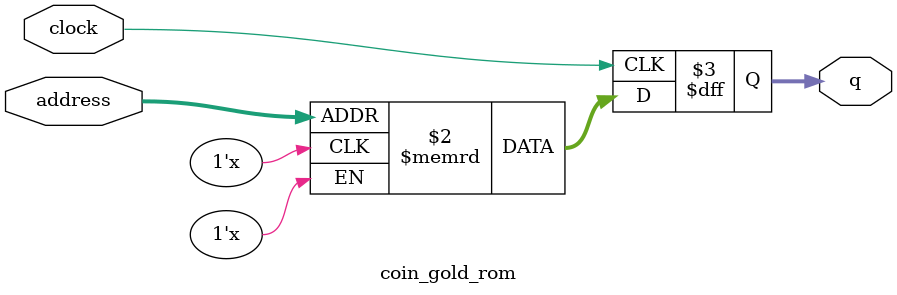
<source format=sv>
module coin_gold_rom (
	input logic clock,
	input logic [10:0] address,
	output logic [7:0] q
);

logic [7:0] memory [0:2047] /* synthesis ram_init_file = "./coin_gold/coin_gold.mif" */;

always_ff @ (posedge clock) begin
	q <= memory[address];
end

endmodule

</source>
